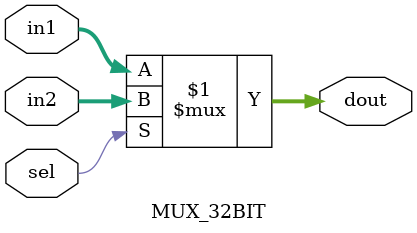
<source format=sv>

module MUX_5BIT(input [4:0] in1,
                input [4:0] in2,
                input sel,
                output [4:0] dout);

    assign dout = sel ? in2 : in1;

endmodule

module MUX_32BIT(input [31:0] in1,
                 input [31:0] in2,
                 input sel,
                 output [31:0] dout);

    assign dout= sel ? in2 : in1;

endmodule
</source>
